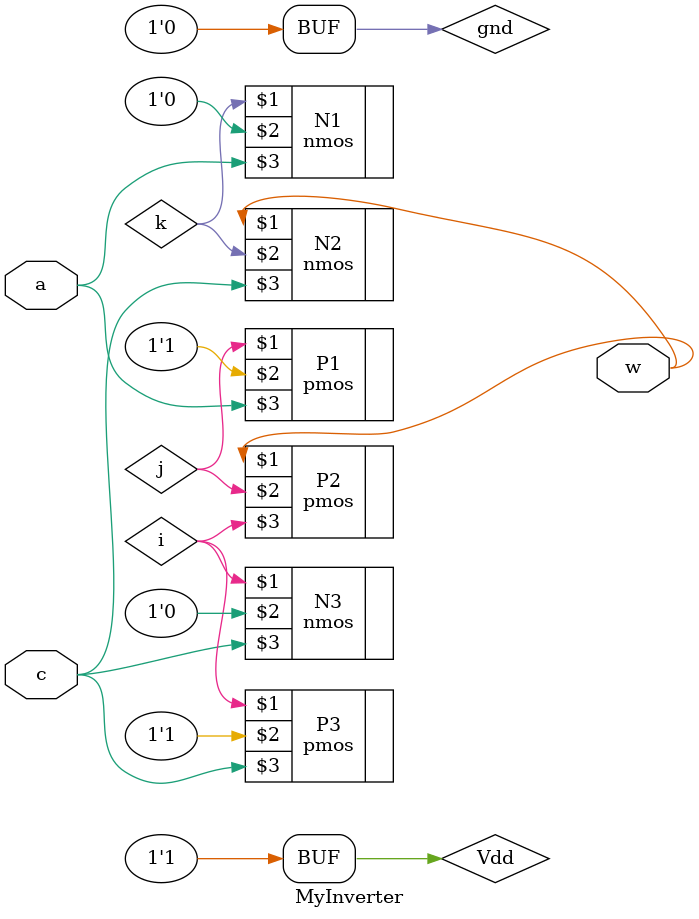
<source format=sv>
`timescale 1ns/1ns

module MyInverter(input a,c, output w);
	supply1 Vdd;
	supply0 gnd;
	wire i,j,k;
	pmos #(4,7,9) P1(j,Vdd,a);
	pmos #(4,7,9) P2(w,j,i);
	pmos #(4,7,9) P3(i,Vdd,c);
	nmos #(3,5,7) N1(k,gnd,a);
	nmos #(3,5,7) N2(w,k,c);
	nmos #(3,5,7) N3(i,gnd,c);
endmodule
</source>
